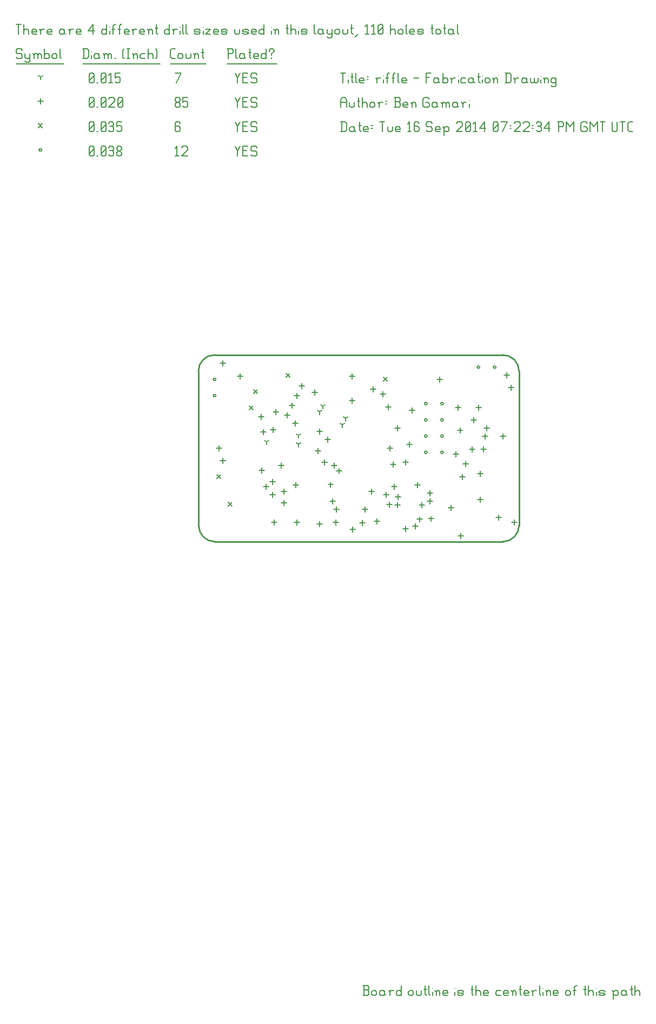
<source format=gbr>
G04 start of page 12 for group -3984 idx -3984 *
G04 Title: riffle, fab *
G04 Creator: pcb 20140316 *
G04 CreationDate: Tue 16 Sep 2014 07:22:34 PM GMT UTC *
G04 For: ben *
G04 Format: Gerber/RS-274X *
G04 PCB-Dimensions (mil): 6000.00 5000.00 *
G04 PCB-Coordinate-Origin: lower left *
%MOIN*%
%FSLAX25Y25*%
%LNFAB*%
%ADD111C,0.0100*%
%ADD110C,0.0075*%
%ADD109C,0.0060*%
%ADD108R,0.0080X0.0080*%
G54D108*X261700Y325000D02*G75*G03X263300Y325000I800J0D01*G01*
G75*G03X261700Y325000I-800J0D01*G01*
X251700D02*G75*G03X253300Y325000I800J0D01*G01*
G75*G03X251700Y325000I-800J0D01*G01*
X261700Y335000D02*G75*G03X263300Y335000I800J0D01*G01*
G75*G03X261700Y335000I-800J0D01*G01*
X251700D02*G75*G03X253300Y335000I800J0D01*G01*
G75*G03X251700Y335000I-800J0D01*G01*
X261700Y345000D02*G75*G03X263300Y345000I800J0D01*G01*
G75*G03X261700Y345000I-800J0D01*G01*
X251700D02*G75*G03X253300Y345000I800J0D01*G01*
G75*G03X251700Y345000I-800J0D01*G01*
X261700Y355000D02*G75*G03X263300Y355000I800J0D01*G01*
G75*G03X261700Y355000I-800J0D01*G01*
X251700D02*G75*G03X253300Y355000I800J0D01*G01*
G75*G03X251700Y355000I-800J0D01*G01*
X121550Y370000D02*G75*G03X123150Y370000I800J0D01*G01*
G75*G03X121550Y370000I-800J0D01*G01*
Y360000D02*G75*G03X123150Y360000I800J0D01*G01*
G75*G03X121550Y360000I-800J0D01*G01*
X284200Y377500D02*G75*G03X285800Y377500I800J0D01*G01*
G75*G03X284200Y377500I-800J0D01*G01*
X294200D02*G75*G03X295800Y377500I800J0D01*G01*
G75*G03X294200Y377500I-800J0D01*G01*
X14200Y511250D02*G75*G03X15800Y511250I800J0D01*G01*
G75*G03X14200Y511250I-800J0D01*G01*
G54D109*X135000Y513500D02*X136500Y510500D01*
X138000Y513500D01*
X136500Y510500D02*Y507500D01*
X139800Y510800D02*X142050D01*
X139800Y507500D02*X142800D01*
X139800Y513500D02*Y507500D01*
Y513500D02*X142800D01*
X147600D02*X148350Y512750D01*
X145350Y513500D02*X147600D01*
X144600Y512750D02*X145350Y513500D01*
X144600Y512750D02*Y511250D01*
X145350Y510500D01*
X147600D01*
X148350Y509750D01*
Y508250D01*
X147600Y507500D02*X148350Y508250D01*
X145350Y507500D02*X147600D01*
X144600Y508250D02*X145350Y507500D01*
X98000Y512300D02*X99200Y513500D01*
Y507500D01*
X98000D02*X100250D01*
X102050Y512750D02*X102800Y513500D01*
X105050D01*
X105800Y512750D01*
Y511250D01*
X102050Y507500D02*X105800Y511250D01*
X102050Y507500D02*X105800D01*
X45000Y508250D02*X45750Y507500D01*
X45000Y512750D02*Y508250D01*
Y512750D02*X45750Y513500D01*
X47250D01*
X48000Y512750D01*
Y508250D01*
X47250Y507500D02*X48000Y508250D01*
X45750Y507500D02*X47250D01*
X45000Y509000D02*X48000Y512000D01*
X49800Y507500D02*X50550D01*
X52350Y508250D02*X53100Y507500D01*
X52350Y512750D02*Y508250D01*
Y512750D02*X53100Y513500D01*
X54600D01*
X55350Y512750D01*
Y508250D01*
X54600Y507500D02*X55350Y508250D01*
X53100Y507500D02*X54600D01*
X52350Y509000D02*X55350Y512000D01*
X57150Y512750D02*X57900Y513500D01*
X59400D01*
X60150Y512750D01*
X59400Y507500D02*X60150Y508250D01*
X57900Y507500D02*X59400D01*
X57150Y508250D02*X57900Y507500D01*
Y510800D02*X59400D01*
X60150Y512750D02*Y511550D01*
Y510050D02*Y508250D01*
Y510050D02*X59400Y510800D01*
X60150Y511550D02*X59400Y510800D01*
X61950Y508250D02*X62700Y507500D01*
X61950Y509450D02*Y508250D01*
Y509450D02*X63000Y510500D01*
X63900D01*
X64950Y509450D01*
Y508250D01*
X64200Y507500D02*X64950Y508250D01*
X62700Y507500D02*X64200D01*
X61950Y511550D02*X63000Y510500D01*
X61950Y512750D02*Y511550D01*
Y512750D02*X62700Y513500D01*
X64200D01*
X64950Y512750D01*
Y511550D01*
X63900Y510500D02*X64950Y511550D01*
X130800Y294200D02*X133200Y291800D01*
X130800D02*X133200Y294200D01*
X226300Y371200D02*X228700Y368800D01*
X226300D02*X228700Y371200D01*
X166300Y373700D02*X168700Y371300D01*
X166300D02*X168700Y373700D01*
X146300Y363700D02*X148700Y361300D01*
X146300D02*X148700Y363700D01*
X123800Y311200D02*X126200Y308800D01*
X123800D02*X126200Y311200D01*
X143800Y353700D02*X146200Y351300D01*
X143800D02*X146200Y353700D01*
X13800Y527450D02*X16200Y525050D01*
X13800D02*X16200Y527450D01*
X135000Y528500D02*X136500Y525500D01*
X138000Y528500D01*
X136500Y525500D02*Y522500D01*
X139800Y525800D02*X142050D01*
X139800Y522500D02*X142800D01*
X139800Y528500D02*Y522500D01*
Y528500D02*X142800D01*
X147600D02*X148350Y527750D01*
X145350Y528500D02*X147600D01*
X144600Y527750D02*X145350Y528500D01*
X144600Y527750D02*Y526250D01*
X145350Y525500D01*
X147600D01*
X148350Y524750D01*
Y523250D01*
X147600Y522500D02*X148350Y523250D01*
X145350Y522500D02*X147600D01*
X144600Y523250D02*X145350Y522500D01*
X100250Y528500D02*X101000Y527750D01*
X98750Y528500D02*X100250D01*
X98000Y527750D02*X98750Y528500D01*
X98000Y527750D02*Y523250D01*
X98750Y522500D01*
X100250Y525800D02*X101000Y525050D01*
X98000Y525800D02*X100250D01*
X98750Y522500D02*X100250D01*
X101000Y523250D01*
Y525050D02*Y523250D01*
X45000D02*X45750Y522500D01*
X45000Y527750D02*Y523250D01*
Y527750D02*X45750Y528500D01*
X47250D01*
X48000Y527750D01*
Y523250D01*
X47250Y522500D02*X48000Y523250D01*
X45750Y522500D02*X47250D01*
X45000Y524000D02*X48000Y527000D01*
X49800Y522500D02*X50550D01*
X52350Y523250D02*X53100Y522500D01*
X52350Y527750D02*Y523250D01*
Y527750D02*X53100Y528500D01*
X54600D01*
X55350Y527750D01*
Y523250D01*
X54600Y522500D02*X55350Y523250D01*
X53100Y522500D02*X54600D01*
X52350Y524000D02*X55350Y527000D01*
X57150Y527750D02*X57900Y528500D01*
X59400D01*
X60150Y527750D01*
X59400Y522500D02*X60150Y523250D01*
X57900Y522500D02*X59400D01*
X57150Y523250D02*X57900Y522500D01*
Y525800D02*X59400D01*
X60150Y527750D02*Y526550D01*
Y525050D02*Y523250D01*
Y525050D02*X59400Y525800D01*
X60150Y526550D02*X59400Y525800D01*
X61950Y528500D02*X64950D01*
X61950D02*Y525500D01*
X62700Y526250D01*
X64200D01*
X64950Y525500D01*
Y523250D01*
X64200Y522500D02*X64950Y523250D01*
X62700Y522500D02*X64200D01*
X61950Y523250D02*X62700Y522500D01*
X152500Y339100D02*Y335900D01*
X150900Y337500D02*X154100D01*
X163500Y318600D02*Y315400D01*
X161900Y317000D02*X165100D01*
X158500Y340600D02*Y337400D01*
X156900Y339000D02*X160100D01*
X207000Y373600D02*Y370400D01*
X205400Y372000D02*X208600D01*
X184000Y363600D02*Y360400D01*
X182400Y362000D02*X185600D01*
X173000Y361600D02*Y358400D01*
X171400Y360000D02*X174600D01*
X229500Y354600D02*Y351400D01*
X227900Y353000D02*X231100D01*
X160000Y351600D02*Y348400D01*
X158400Y350000D02*X161600D01*
X176000Y367600D02*Y364400D01*
X174400Y366000D02*X177600D01*
X226000Y362600D02*Y359400D01*
X224400Y361000D02*X227600D01*
X192000Y334600D02*Y331400D01*
X190400Y333000D02*X193600D01*
X187000Y339600D02*Y336400D01*
X185400Y338000D02*X188600D01*
X190000Y320600D02*Y317400D01*
X188400Y319000D02*X191600D01*
X186000Y327600D02*Y324400D01*
X184400Y326000D02*X187600D01*
X193858Y306742D02*Y303542D01*
X192258Y305142D02*X195458D01*
X158000Y308600D02*Y305400D01*
X156400Y307000D02*X159600D01*
X154000Y305600D02*Y302400D01*
X152400Y304000D02*X155600D01*
X207000Y358600D02*Y355400D01*
X205400Y357000D02*X208600D01*
X220000Y365600D02*Y362400D01*
X218400Y364000D02*X221600D01*
X255766Y285696D02*Y282496D01*
X254166Y284096D02*X257366D01*
X274000Y275100D02*Y271900D01*
X272400Y273500D02*X275600D01*
X172000Y344600D02*Y341400D01*
X170400Y343000D02*X173600D01*
X167000Y349600D02*Y346400D01*
X165400Y348000D02*X168600D01*
X170000Y355600D02*Y352400D01*
X168400Y354000D02*X171600D01*
X151000Y348600D02*Y345400D01*
X149400Y347000D02*X152600D01*
X232500Y319100D02*Y315900D01*
X230900Y317500D02*X234100D01*
X230500Y329100D02*Y325900D01*
X228900Y327500D02*X232100D01*
X235000Y341600D02*Y338400D01*
X233400Y340000D02*X236600D01*
X125000Y329100D02*Y325900D01*
X123400Y327500D02*X126600D01*
X138000Y373600D02*Y370400D01*
X136400Y372000D02*X139600D01*
X127500Y381600D02*Y378400D01*
X125900Y380000D02*X129100D01*
X151500Y315600D02*Y312400D01*
X149900Y314000D02*X153100D01*
X172500Y306600D02*Y303400D01*
X170900Y305000D02*X174100D01*
X127500Y321600D02*Y318400D01*
X125900Y320000D02*X129100D01*
X272500Y354100D02*Y350900D01*
X270900Y352500D02*X274100D01*
X285000Y354100D02*Y350900D01*
X283400Y352500D02*X286600D01*
X305000Y366600D02*Y363400D01*
X303400Y365000D02*X306600D01*
X302500Y374100D02*Y370900D01*
X300900Y372500D02*X304100D01*
X290000Y341600D02*Y338400D01*
X288400Y340000D02*X291600D01*
X300000Y336600D02*Y333400D01*
X298400Y335000D02*X301600D01*
X273600Y340200D02*Y337000D01*
X272000Y338600D02*X275200D01*
X244000Y352600D02*Y349400D01*
X242400Y351000D02*X245600D01*
X242500Y331600D02*Y328400D01*
X240900Y330000D02*X244100D01*
X233000Y305600D02*Y302400D01*
X231400Y304000D02*X234600D01*
X248819Y285390D02*Y282190D01*
X247219Y283790D02*X250419D01*
X247500Y306600D02*Y303400D01*
X245900Y305000D02*X249100D01*
X255000Y301600D02*Y298400D01*
X253400Y300000D02*X256600D01*
X255000Y296600D02*Y293400D01*
X253400Y295000D02*X256600D01*
X235000Y294100D02*Y290900D01*
X233400Y292500D02*X236600D01*
X250000Y294100D02*Y290900D01*
X248400Y292500D02*X251600D01*
X240000Y279600D02*Y276400D01*
X238400Y278000D02*X241600D01*
X246000Y281100D02*Y277900D01*
X244400Y279500D02*X247600D01*
X235500Y299100D02*Y295900D01*
X233900Y297500D02*X237100D01*
X230000Y294600D02*Y291400D01*
X228400Y293000D02*X231600D01*
X228000Y300600D02*Y297400D01*
X226400Y299000D02*X229600D01*
X219000Y302600D02*Y299400D01*
X217400Y301000D02*X220600D01*
X240000Y320600D02*Y317400D01*
X238400Y319000D02*X241600D01*
X307000Y283600D02*Y280400D01*
X305400Y282000D02*X308600D01*
X275000Y311600D02*Y308400D01*
X273400Y310000D02*X276600D01*
X277000Y319600D02*Y316400D01*
X275400Y318000D02*X278600D01*
X289000Y336600D02*Y333400D01*
X287400Y335000D02*X290600D01*
X288000Y328600D02*Y325400D01*
X286400Y327000D02*X289600D01*
X282000Y346600D02*Y343400D01*
X280400Y345000D02*X283600D01*
X281000Y328600D02*Y325400D01*
X279400Y327000D02*X282600D01*
X286000Y297600D02*Y294400D01*
X284400Y296000D02*X287600D01*
X286000Y313600D02*Y310400D01*
X284400Y312000D02*X287600D01*
X268000Y292600D02*Y289400D01*
X266400Y291000D02*X269600D01*
X261000Y371600D02*Y368400D01*
X259400Y370000D02*X262600D01*
X222500Y284100D02*Y280900D01*
X220900Y282500D02*X224100D01*
X173000Y283600D02*Y280400D01*
X171400Y282000D02*X174600D01*
X199000Y315344D02*Y312144D01*
X197400Y313744D02*X200600D01*
X197500Y291600D02*Y288400D01*
X195900Y290000D02*X199100D01*
X297500Y286600D02*Y283400D01*
X295900Y285000D02*X299100D01*
X271000Y325600D02*Y322400D01*
X269400Y324000D02*X272600D01*
X197000Y283600D02*Y280400D01*
X195400Y282000D02*X198600D01*
X187000Y282600D02*Y279400D01*
X185400Y281000D02*X188600D01*
X196000Y318600D02*Y315400D01*
X194400Y317000D02*X197600D01*
X165000Y295600D02*Y292400D01*
X163400Y294000D02*X166600D01*
X195000Y296600D02*Y293400D01*
X193400Y295000D02*X196600D01*
X158000Y300600D02*Y297400D01*
X156400Y299000D02*X159600D01*
X165000Y302600D02*Y299400D01*
X163400Y301000D02*X166600D01*
X159000Y283600D02*Y280400D01*
X157400Y282000D02*X160600D01*
X207500Y279100D02*Y275900D01*
X205900Y277500D02*X209100D01*
X213500Y283100D02*Y279900D01*
X211900Y281500D02*X215100D01*
X215000Y291600D02*Y288400D01*
X213400Y290000D02*X216600D01*
X15000Y542850D02*Y539650D01*
X13400Y541250D02*X16600D01*
X135000Y543500D02*X136500Y540500D01*
X138000Y543500D01*
X136500Y540500D02*Y537500D01*
X139800Y540800D02*X142050D01*
X139800Y537500D02*X142800D01*
X139800Y543500D02*Y537500D01*
Y543500D02*X142800D01*
X147600D02*X148350Y542750D01*
X145350Y543500D02*X147600D01*
X144600Y542750D02*X145350Y543500D01*
X144600Y542750D02*Y541250D01*
X145350Y540500D01*
X147600D01*
X148350Y539750D01*
Y538250D01*
X147600Y537500D02*X148350Y538250D01*
X145350Y537500D02*X147600D01*
X144600Y538250D02*X145350Y537500D01*
X98000Y538250D02*X98750Y537500D01*
X98000Y539450D02*Y538250D01*
Y539450D02*X99050Y540500D01*
X99950D01*
X101000Y539450D01*
Y538250D01*
X100250Y537500D02*X101000Y538250D01*
X98750Y537500D02*X100250D01*
X98000Y541550D02*X99050Y540500D01*
X98000Y542750D02*Y541550D01*
Y542750D02*X98750Y543500D01*
X100250D01*
X101000Y542750D01*
Y541550D01*
X99950Y540500D02*X101000Y541550D01*
X102800Y543500D02*X105800D01*
X102800D02*Y540500D01*
X103550Y541250D01*
X105050D01*
X105800Y540500D01*
Y538250D01*
X105050Y537500D02*X105800Y538250D01*
X103550Y537500D02*X105050D01*
X102800Y538250D02*X103550Y537500D01*
X45000Y538250D02*X45750Y537500D01*
X45000Y542750D02*Y538250D01*
Y542750D02*X45750Y543500D01*
X47250D01*
X48000Y542750D01*
Y538250D01*
X47250Y537500D02*X48000Y538250D01*
X45750Y537500D02*X47250D01*
X45000Y539000D02*X48000Y542000D01*
X49800Y537500D02*X50550D01*
X52350Y538250D02*X53100Y537500D01*
X52350Y542750D02*Y538250D01*
Y542750D02*X53100Y543500D01*
X54600D01*
X55350Y542750D01*
Y538250D01*
X54600Y537500D02*X55350Y538250D01*
X53100Y537500D02*X54600D01*
X52350Y539000D02*X55350Y542000D01*
X57150Y542750D02*X57900Y543500D01*
X60150D01*
X60900Y542750D01*
Y541250D01*
X57150Y537500D02*X60900Y541250D01*
X57150Y537500D02*X60900D01*
X62700Y538250D02*X63450Y537500D01*
X62700Y542750D02*Y538250D01*
Y542750D02*X63450Y543500D01*
X64950D01*
X65700Y542750D01*
Y538250D01*
X64950Y537500D02*X65700Y538250D01*
X63450Y537500D02*X64950D01*
X62700Y539000D02*X65700Y542000D01*
X154500Y331500D02*Y329900D01*
Y331500D02*X155887Y332300D01*
X154500Y331500D02*X153113Y332300D01*
X189000Y353500D02*Y351900D01*
Y353500D02*X190387Y354300D01*
X189000Y353500D02*X187613Y354300D01*
X187000Y350000D02*Y348400D01*
Y350000D02*X188387Y350800D01*
X187000Y350000D02*X185613Y350800D01*
X203000Y346000D02*Y344400D01*
Y346000D02*X204387Y346800D01*
X203000Y346000D02*X201613Y346800D01*
X201000Y342000D02*Y340400D01*
Y342000D02*X202387Y342800D01*
X201000Y342000D02*X199613Y342800D01*
X174000Y330000D02*Y328400D01*
Y330000D02*X175387Y330800D01*
X174000Y330000D02*X172613Y330800D01*
X174000Y335500D02*Y333900D01*
Y335500D02*X175387Y336300D01*
X174000Y335500D02*X172613Y336300D01*
X15000Y556250D02*Y554650D01*
Y556250D02*X16387Y557050D01*
X15000Y556250D02*X13613Y557050D01*
X135000Y558500D02*X136500Y555500D01*
X138000Y558500D01*
X136500Y555500D02*Y552500D01*
X139800Y555800D02*X142050D01*
X139800Y552500D02*X142800D01*
X139800Y558500D02*Y552500D01*
Y558500D02*X142800D01*
X147600D02*X148350Y557750D01*
X145350Y558500D02*X147600D01*
X144600Y557750D02*X145350Y558500D01*
X144600Y557750D02*Y556250D01*
X145350Y555500D01*
X147600D01*
X148350Y554750D01*
Y553250D01*
X147600Y552500D02*X148350Y553250D01*
X145350Y552500D02*X147600D01*
X144600Y553250D02*X145350Y552500D01*
X98750D02*X101750Y558500D01*
X98000D02*X101750D01*
X45000Y553250D02*X45750Y552500D01*
X45000Y557750D02*Y553250D01*
Y557750D02*X45750Y558500D01*
X47250D01*
X48000Y557750D01*
Y553250D01*
X47250Y552500D02*X48000Y553250D01*
X45750Y552500D02*X47250D01*
X45000Y554000D02*X48000Y557000D01*
X49800Y552500D02*X50550D01*
X52350Y553250D02*X53100Y552500D01*
X52350Y557750D02*Y553250D01*
Y557750D02*X53100Y558500D01*
X54600D01*
X55350Y557750D01*
Y553250D01*
X54600Y552500D02*X55350Y553250D01*
X53100Y552500D02*X54600D01*
X52350Y554000D02*X55350Y557000D01*
X57150Y557300D02*X58350Y558500D01*
Y552500D01*
X57150D02*X59400D01*
X61200Y558500D02*X64200D01*
X61200D02*Y555500D01*
X61950Y556250D01*
X63450D01*
X64200Y555500D01*
Y553250D01*
X63450Y552500D02*X64200Y553250D01*
X61950Y552500D02*X63450D01*
X61200Y553250D02*X61950Y552500D01*
X3000Y573500D02*X3750Y572750D01*
X750Y573500D02*X3000D01*
X0Y572750D02*X750Y573500D01*
X0Y572750D02*Y571250D01*
X750Y570500D01*
X3000D01*
X3750Y569750D01*
Y568250D01*
X3000Y567500D02*X3750Y568250D01*
X750Y567500D02*X3000D01*
X0Y568250D02*X750Y567500D01*
X5550Y570500D02*Y568250D01*
X6300Y567500D01*
X8550Y570500D02*Y566000D01*
X7800Y565250D02*X8550Y566000D01*
X6300Y565250D02*X7800D01*
X5550Y566000D02*X6300Y565250D01*
Y567500D02*X7800D01*
X8550Y568250D01*
X11100Y569750D02*Y567500D01*
Y569750D02*X11850Y570500D01*
X12600D01*
X13350Y569750D01*
Y567500D01*
Y569750D02*X14100Y570500D01*
X14850D01*
X15600Y569750D01*
Y567500D01*
X10350Y570500D02*X11100Y569750D01*
X17400Y573500D02*Y567500D01*
Y568250D02*X18150Y567500D01*
X19650D01*
X20400Y568250D01*
Y569750D02*Y568250D01*
X19650Y570500D02*X20400Y569750D01*
X18150Y570500D02*X19650D01*
X17400Y569750D02*X18150Y570500D01*
X22200Y569750D02*Y568250D01*
Y569750D02*X22950Y570500D01*
X24450D01*
X25200Y569750D01*
Y568250D01*
X24450Y567500D02*X25200Y568250D01*
X22950Y567500D02*X24450D01*
X22200Y568250D02*X22950Y567500D01*
X27000Y573500D02*Y568250D01*
X27750Y567500D01*
X0Y564250D02*X29250D01*
X41750Y573500D02*Y567500D01*
X43700Y573500D02*X44750Y572450D01*
Y568550D01*
X43700Y567500D02*X44750Y568550D01*
X41000Y567500D02*X43700D01*
X41000Y573500D02*X43700D01*
G54D110*X46550Y572000D02*Y571850D01*
G54D109*Y569750D02*Y567500D01*
X50300Y570500D02*X51050Y569750D01*
X48800Y570500D02*X50300D01*
X48050Y569750D02*X48800Y570500D01*
X48050Y569750D02*Y568250D01*
X48800Y567500D01*
X51050Y570500D02*Y568250D01*
X51800Y567500D01*
X48800D02*X50300D01*
X51050Y568250D01*
X54350Y569750D02*Y567500D01*
Y569750D02*X55100Y570500D01*
X55850D01*
X56600Y569750D01*
Y567500D01*
Y569750D02*X57350Y570500D01*
X58100D01*
X58850Y569750D01*
Y567500D01*
X53600Y570500D02*X54350Y569750D01*
X60650Y567500D02*X61400D01*
X65900Y568250D02*X66650Y567500D01*
X65900Y572750D02*X66650Y573500D01*
X65900Y572750D02*Y568250D01*
X68450Y573500D02*X69950D01*
X69200D02*Y567500D01*
X68450D02*X69950D01*
X72500Y569750D02*Y567500D01*
Y569750D02*X73250Y570500D01*
X74000D01*
X74750Y569750D01*
Y567500D01*
X71750Y570500D02*X72500Y569750D01*
X77300Y570500D02*X79550D01*
X76550Y569750D02*X77300Y570500D01*
X76550Y569750D02*Y568250D01*
X77300Y567500D01*
X79550D01*
X81350Y573500D02*Y567500D01*
Y569750D02*X82100Y570500D01*
X83600D01*
X84350Y569750D01*
Y567500D01*
X86150Y573500D02*X86900Y572750D01*
Y568250D01*
X86150Y567500D02*X86900Y568250D01*
X41000Y564250D02*X88700D01*
X96050Y567500D02*X98000D01*
X95000Y568550D02*X96050Y567500D01*
X95000Y572450D02*Y568550D01*
Y572450D02*X96050Y573500D01*
X98000D01*
X99800Y569750D02*Y568250D01*
Y569750D02*X100550Y570500D01*
X102050D01*
X102800Y569750D01*
Y568250D01*
X102050Y567500D02*X102800Y568250D01*
X100550Y567500D02*X102050D01*
X99800Y568250D02*X100550Y567500D01*
X104600Y570500D02*Y568250D01*
X105350Y567500D01*
X106850D01*
X107600Y568250D01*
Y570500D02*Y568250D01*
X110150Y569750D02*Y567500D01*
Y569750D02*X110900Y570500D01*
X111650D01*
X112400Y569750D01*
Y567500D01*
X109400Y570500D02*X110150Y569750D01*
X114950Y573500D02*Y568250D01*
X115700Y567500D01*
X114200Y571250D02*X115700D01*
X95000Y564250D02*X117200D01*
X130750Y573500D02*Y567500D01*
X130000Y573500D02*X133000D01*
X133750Y572750D01*
Y571250D01*
X133000Y570500D02*X133750Y571250D01*
X130750Y570500D02*X133000D01*
X135550Y573500D02*Y568250D01*
X136300Y567500D01*
X140050Y570500D02*X140800Y569750D01*
X138550Y570500D02*X140050D01*
X137800Y569750D02*X138550Y570500D01*
X137800Y569750D02*Y568250D01*
X138550Y567500D01*
X140800Y570500D02*Y568250D01*
X141550Y567500D01*
X138550D02*X140050D01*
X140800Y568250D01*
X144100Y573500D02*Y568250D01*
X144850Y567500D01*
X143350Y571250D02*X144850D01*
X147100Y567500D02*X149350D01*
X146350Y568250D02*X147100Y567500D01*
X146350Y569750D02*Y568250D01*
Y569750D02*X147100Y570500D01*
X148600D01*
X149350Y569750D01*
X146350Y569000D02*X149350D01*
Y569750D02*Y569000D01*
X154150Y573500D02*Y567500D01*
X153400D02*X154150Y568250D01*
X151900Y567500D02*X153400D01*
X151150Y568250D02*X151900Y567500D01*
X151150Y569750D02*Y568250D01*
Y569750D02*X151900Y570500D01*
X153400D01*
X154150Y569750D01*
X157450Y570500D02*Y569750D01*
Y568250D02*Y567500D01*
X155950Y572750D02*Y572000D01*
Y572750D02*X156700Y573500D01*
X158200D01*
X158950Y572750D01*
Y572000D01*
X157450Y570500D02*X158950Y572000D01*
X130000Y564250D02*X160750D01*
X0Y588500D02*X3000D01*
X1500D02*Y582500D01*
X4800Y588500D02*Y582500D01*
Y584750D02*X5550Y585500D01*
X7050D01*
X7800Y584750D01*
Y582500D01*
X10350D02*X12600D01*
X9600Y583250D02*X10350Y582500D01*
X9600Y584750D02*Y583250D01*
Y584750D02*X10350Y585500D01*
X11850D01*
X12600Y584750D01*
X9600Y584000D02*X12600D01*
Y584750D02*Y584000D01*
X15150Y584750D02*Y582500D01*
Y584750D02*X15900Y585500D01*
X17400D01*
X14400D02*X15150Y584750D01*
X19950Y582500D02*X22200D01*
X19200Y583250D02*X19950Y582500D01*
X19200Y584750D02*Y583250D01*
Y584750D02*X19950Y585500D01*
X21450D01*
X22200Y584750D01*
X19200Y584000D02*X22200D01*
Y584750D02*Y584000D01*
X28950Y585500D02*X29700Y584750D01*
X27450Y585500D02*X28950D01*
X26700Y584750D02*X27450Y585500D01*
X26700Y584750D02*Y583250D01*
X27450Y582500D01*
X29700Y585500D02*Y583250D01*
X30450Y582500D01*
X27450D02*X28950D01*
X29700Y583250D01*
X33000Y584750D02*Y582500D01*
Y584750D02*X33750Y585500D01*
X35250D01*
X32250D02*X33000Y584750D01*
X37800Y582500D02*X40050D01*
X37050Y583250D02*X37800Y582500D01*
X37050Y584750D02*Y583250D01*
Y584750D02*X37800Y585500D01*
X39300D01*
X40050Y584750D01*
X37050Y584000D02*X40050D01*
Y584750D02*Y584000D01*
X44550Y584750D02*X47550Y588500D01*
X44550Y584750D02*X48300D01*
X47550Y588500D02*Y582500D01*
X55800Y588500D02*Y582500D01*
X55050D02*X55800Y583250D01*
X53550Y582500D02*X55050D01*
X52800Y583250D02*X53550Y582500D01*
X52800Y584750D02*Y583250D01*
Y584750D02*X53550Y585500D01*
X55050D01*
X55800Y584750D01*
G54D110*X57600Y587000D02*Y586850D01*
G54D109*Y584750D02*Y582500D01*
X59850Y587750D02*Y582500D01*
Y587750D02*X60600Y588500D01*
X61350D01*
X59100Y585500D02*X60600D01*
X63600Y587750D02*Y582500D01*
Y587750D02*X64350Y588500D01*
X65100D01*
X62850Y585500D02*X64350D01*
X67350Y582500D02*X69600D01*
X66600Y583250D02*X67350Y582500D01*
X66600Y584750D02*Y583250D01*
Y584750D02*X67350Y585500D01*
X68850D01*
X69600Y584750D01*
X66600Y584000D02*X69600D01*
Y584750D02*Y584000D01*
X72150Y584750D02*Y582500D01*
Y584750D02*X72900Y585500D01*
X74400D01*
X71400D02*X72150Y584750D01*
X76950Y582500D02*X79200D01*
X76200Y583250D02*X76950Y582500D01*
X76200Y584750D02*Y583250D01*
Y584750D02*X76950Y585500D01*
X78450D01*
X79200Y584750D01*
X76200Y584000D02*X79200D01*
Y584750D02*Y584000D01*
X81750Y584750D02*Y582500D01*
Y584750D02*X82500Y585500D01*
X83250D01*
X84000Y584750D01*
Y582500D01*
X81000Y585500D02*X81750Y584750D01*
X86550Y588500D02*Y583250D01*
X87300Y582500D01*
X85800Y586250D02*X87300D01*
X94500Y588500D02*Y582500D01*
X93750D02*X94500Y583250D01*
X92250Y582500D02*X93750D01*
X91500Y583250D02*X92250Y582500D01*
X91500Y584750D02*Y583250D01*
Y584750D02*X92250Y585500D01*
X93750D01*
X94500Y584750D01*
X97050D02*Y582500D01*
Y584750D02*X97800Y585500D01*
X99300D01*
X96300D02*X97050Y584750D01*
G54D110*X101100Y587000D02*Y586850D01*
G54D109*Y584750D02*Y582500D01*
X102600Y588500D02*Y583250D01*
X103350Y582500D01*
X104850Y588500D02*Y583250D01*
X105600Y582500D01*
X110550D02*X112800D01*
X113550Y583250D01*
X112800Y584000D02*X113550Y583250D01*
X110550Y584000D02*X112800D01*
X109800Y584750D02*X110550Y584000D01*
X109800Y584750D02*X110550Y585500D01*
X112800D01*
X113550Y584750D01*
X109800Y583250D02*X110550Y582500D01*
G54D110*X115350Y587000D02*Y586850D01*
G54D109*Y584750D02*Y582500D01*
X116850Y585500D02*X119850D01*
X116850Y582500D02*X119850Y585500D01*
X116850Y582500D02*X119850D01*
X122400D02*X124650D01*
X121650Y583250D02*X122400Y582500D01*
X121650Y584750D02*Y583250D01*
Y584750D02*X122400Y585500D01*
X123900D01*
X124650Y584750D01*
X121650Y584000D02*X124650D01*
Y584750D02*Y584000D01*
X127200Y582500D02*X129450D01*
X130200Y583250D01*
X129450Y584000D02*X130200Y583250D01*
X127200Y584000D02*X129450D01*
X126450Y584750D02*X127200Y584000D01*
X126450Y584750D02*X127200Y585500D01*
X129450D01*
X130200Y584750D01*
X126450Y583250D02*X127200Y582500D01*
X134700Y585500D02*Y583250D01*
X135450Y582500D01*
X136950D01*
X137700Y583250D01*
Y585500D02*Y583250D01*
X140250Y582500D02*X142500D01*
X143250Y583250D01*
X142500Y584000D02*X143250Y583250D01*
X140250Y584000D02*X142500D01*
X139500Y584750D02*X140250Y584000D01*
X139500Y584750D02*X140250Y585500D01*
X142500D01*
X143250Y584750D01*
X139500Y583250D02*X140250Y582500D01*
X145800D02*X148050D01*
X145050Y583250D02*X145800Y582500D01*
X145050Y584750D02*Y583250D01*
Y584750D02*X145800Y585500D01*
X147300D01*
X148050Y584750D01*
X145050Y584000D02*X148050D01*
Y584750D02*Y584000D01*
X152850Y588500D02*Y582500D01*
X152100D02*X152850Y583250D01*
X150600Y582500D02*X152100D01*
X149850Y583250D02*X150600Y582500D01*
X149850Y584750D02*Y583250D01*
Y584750D02*X150600Y585500D01*
X152100D01*
X152850Y584750D01*
G54D110*X157350Y587000D02*Y586850D01*
G54D109*Y584750D02*Y582500D01*
X159600Y584750D02*Y582500D01*
Y584750D02*X160350Y585500D01*
X161100D01*
X161850Y584750D01*
Y582500D01*
X158850Y585500D02*X159600Y584750D01*
X167100Y588500D02*Y583250D01*
X167850Y582500D01*
X166350Y586250D02*X167850D01*
X169350Y588500D02*Y582500D01*
Y584750D02*X170100Y585500D01*
X171600D01*
X172350Y584750D01*
Y582500D01*
G54D110*X174150Y587000D02*Y586850D01*
G54D109*Y584750D02*Y582500D01*
X176400D02*X178650D01*
X179400Y583250D01*
X178650Y584000D02*X179400Y583250D01*
X176400Y584000D02*X178650D01*
X175650Y584750D02*X176400Y584000D01*
X175650Y584750D02*X176400Y585500D01*
X178650D01*
X179400Y584750D01*
X175650Y583250D02*X176400Y582500D01*
X183900Y588500D02*Y583250D01*
X184650Y582500D01*
X188400Y585500D02*X189150Y584750D01*
X186900Y585500D02*X188400D01*
X186150Y584750D02*X186900Y585500D01*
X186150Y584750D02*Y583250D01*
X186900Y582500D01*
X189150Y585500D02*Y583250D01*
X189900Y582500D01*
X186900D02*X188400D01*
X189150Y583250D01*
X191700Y585500D02*Y583250D01*
X192450Y582500D01*
X194700Y585500D02*Y581000D01*
X193950Y580250D02*X194700Y581000D01*
X192450Y580250D02*X193950D01*
X191700Y581000D02*X192450Y580250D01*
Y582500D02*X193950D01*
X194700Y583250D01*
X196500Y584750D02*Y583250D01*
Y584750D02*X197250Y585500D01*
X198750D01*
X199500Y584750D01*
Y583250D01*
X198750Y582500D02*X199500Y583250D01*
X197250Y582500D02*X198750D01*
X196500Y583250D02*X197250Y582500D01*
X201300Y585500D02*Y583250D01*
X202050Y582500D01*
X203550D01*
X204300Y583250D01*
Y585500D02*Y583250D01*
X206850Y588500D02*Y583250D01*
X207600Y582500D01*
X206100Y586250D02*X207600D01*
X209100Y581000D02*X210600Y582500D01*
X215100Y587300D02*X216300Y588500D01*
Y582500D01*
X215100D02*X217350D01*
X219150Y587300D02*X220350Y588500D01*
Y582500D01*
X219150D02*X221400D01*
X223200Y583250D02*X223950Y582500D01*
X223200Y587750D02*Y583250D01*
Y587750D02*X223950Y588500D01*
X225450D01*
X226200Y587750D01*
Y583250D01*
X225450Y582500D02*X226200Y583250D01*
X223950Y582500D02*X225450D01*
X223200Y584000D02*X226200Y587000D01*
X230700Y588500D02*Y582500D01*
Y584750D02*X231450Y585500D01*
X232950D01*
X233700Y584750D01*
Y582500D01*
X235500Y584750D02*Y583250D01*
Y584750D02*X236250Y585500D01*
X237750D01*
X238500Y584750D01*
Y583250D01*
X237750Y582500D02*X238500Y583250D01*
X236250Y582500D02*X237750D01*
X235500Y583250D02*X236250Y582500D01*
X240300Y588500D02*Y583250D01*
X241050Y582500D01*
X243300D02*X245550D01*
X242550Y583250D02*X243300Y582500D01*
X242550Y584750D02*Y583250D01*
Y584750D02*X243300Y585500D01*
X244800D01*
X245550Y584750D01*
X242550Y584000D02*X245550D01*
Y584750D02*Y584000D01*
X248100Y582500D02*X250350D01*
X251100Y583250D01*
X250350Y584000D02*X251100Y583250D01*
X248100Y584000D02*X250350D01*
X247350Y584750D02*X248100Y584000D01*
X247350Y584750D02*X248100Y585500D01*
X250350D01*
X251100Y584750D01*
X247350Y583250D02*X248100Y582500D01*
X256350Y588500D02*Y583250D01*
X257100Y582500D01*
X255600Y586250D02*X257100D01*
X258600Y584750D02*Y583250D01*
Y584750D02*X259350Y585500D01*
X260850D01*
X261600Y584750D01*
Y583250D01*
X260850Y582500D02*X261600Y583250D01*
X259350Y582500D02*X260850D01*
X258600Y583250D02*X259350Y582500D01*
X264150Y588500D02*Y583250D01*
X264900Y582500D01*
X263400Y586250D02*X264900D01*
X268650Y585500D02*X269400Y584750D01*
X267150Y585500D02*X268650D01*
X266400Y584750D02*X267150Y585500D01*
X266400Y584750D02*Y583250D01*
X267150Y582500D01*
X269400Y585500D02*Y583250D01*
X270150Y582500D01*
X267150D02*X268650D01*
X269400Y583250D01*
X271950Y588500D02*Y583250D01*
X272700Y582500D01*
G54D111*X310000Y375000D02*Y280000D01*
X122350Y385000D02*X300000D01*
X112350Y375000D02*X112500Y280000D01*
X122500Y270000D02*X300000D01*
Y385000D02*G75*G02X310000Y375000I0J-10000D01*G01*
Y280000D02*G75*G02X300000Y270000I-10000J0D01*G01*
X112500Y280000D02*G75*G03X122500Y270000I10000J0D01*G01*
X112350Y375000D02*G75*G02X122350Y385000I10000J0D01*G01*
G54D109*X213675Y-9500D02*X216675D01*
X217425Y-8750D01*
Y-6950D02*Y-8750D01*
X216675Y-6200D02*X217425Y-6950D01*
X214425Y-6200D02*X216675D01*
X214425Y-3500D02*Y-9500D01*
X213675Y-3500D02*X216675D01*
X217425Y-4250D01*
Y-5450D01*
X216675Y-6200D02*X217425Y-5450D01*
X219225Y-7250D02*Y-8750D01*
Y-7250D02*X219975Y-6500D01*
X221475D01*
X222225Y-7250D01*
Y-8750D01*
X221475Y-9500D02*X222225Y-8750D01*
X219975Y-9500D02*X221475D01*
X219225Y-8750D02*X219975Y-9500D01*
X226275Y-6500D02*X227025Y-7250D01*
X224775Y-6500D02*X226275D01*
X224025Y-7250D02*X224775Y-6500D01*
X224025Y-7250D02*Y-8750D01*
X224775Y-9500D01*
X227025Y-6500D02*Y-8750D01*
X227775Y-9500D01*
X224775D02*X226275D01*
X227025Y-8750D01*
X230325Y-7250D02*Y-9500D01*
Y-7250D02*X231075Y-6500D01*
X232575D01*
X229575D02*X230325Y-7250D01*
X237375Y-3500D02*Y-9500D01*
X236625D02*X237375Y-8750D01*
X235125Y-9500D02*X236625D01*
X234375Y-8750D02*X235125Y-9500D01*
X234375Y-7250D02*Y-8750D01*
Y-7250D02*X235125Y-6500D01*
X236625D01*
X237375Y-7250D01*
X241875D02*Y-8750D01*
Y-7250D02*X242625Y-6500D01*
X244125D01*
X244875Y-7250D01*
Y-8750D01*
X244125Y-9500D02*X244875Y-8750D01*
X242625Y-9500D02*X244125D01*
X241875Y-8750D02*X242625Y-9500D01*
X246675Y-6500D02*Y-8750D01*
X247425Y-9500D01*
X248925D01*
X249675Y-8750D01*
Y-6500D02*Y-8750D01*
X252225Y-3500D02*Y-8750D01*
X252975Y-9500D01*
X251475Y-5750D02*X252975D01*
X254475Y-3500D02*Y-8750D01*
X255225Y-9500D01*
G54D110*X256725Y-5000D02*Y-5150D01*
G54D109*Y-7250D02*Y-9500D01*
X258975Y-7250D02*Y-9500D01*
Y-7250D02*X259725Y-6500D01*
X260475D01*
X261225Y-7250D01*
Y-9500D01*
X258225Y-6500D02*X258975Y-7250D01*
X263775Y-9500D02*X266025D01*
X263025Y-8750D02*X263775Y-9500D01*
X263025Y-7250D02*Y-8750D01*
Y-7250D02*X263775Y-6500D01*
X265275D01*
X266025Y-7250D01*
X263025Y-8000D02*X266025D01*
Y-7250D02*Y-8000D01*
G54D110*X270525Y-5000D02*Y-5150D01*
G54D109*Y-7250D02*Y-9500D01*
X272775D02*X275025D01*
X275775Y-8750D01*
X275025Y-8000D02*X275775Y-8750D01*
X272775Y-8000D02*X275025D01*
X272025Y-7250D02*X272775Y-8000D01*
X272025Y-7250D02*X272775Y-6500D01*
X275025D01*
X275775Y-7250D01*
X272025Y-8750D02*X272775Y-9500D01*
X281025Y-3500D02*Y-8750D01*
X281775Y-9500D01*
X280275Y-5750D02*X281775D01*
X283275Y-3500D02*Y-9500D01*
Y-7250D02*X284025Y-6500D01*
X285525D01*
X286275Y-7250D01*
Y-9500D01*
X288825D02*X291075D01*
X288075Y-8750D02*X288825Y-9500D01*
X288075Y-7250D02*Y-8750D01*
Y-7250D02*X288825Y-6500D01*
X290325D01*
X291075Y-7250D01*
X288075Y-8000D02*X291075D01*
Y-7250D02*Y-8000D01*
X296325Y-6500D02*X298575D01*
X295575Y-7250D02*X296325Y-6500D01*
X295575Y-7250D02*Y-8750D01*
X296325Y-9500D01*
X298575D01*
X301125D02*X303375D01*
X300375Y-8750D02*X301125Y-9500D01*
X300375Y-7250D02*Y-8750D01*
Y-7250D02*X301125Y-6500D01*
X302625D01*
X303375Y-7250D01*
X300375Y-8000D02*X303375D01*
Y-7250D02*Y-8000D01*
X305925Y-7250D02*Y-9500D01*
Y-7250D02*X306675Y-6500D01*
X307425D01*
X308175Y-7250D01*
Y-9500D01*
X305175Y-6500D02*X305925Y-7250D01*
X310725Y-3500D02*Y-8750D01*
X311475Y-9500D01*
X309975Y-5750D02*X311475D01*
X313725Y-9500D02*X315975D01*
X312975Y-8750D02*X313725Y-9500D01*
X312975Y-7250D02*Y-8750D01*
Y-7250D02*X313725Y-6500D01*
X315225D01*
X315975Y-7250D01*
X312975Y-8000D02*X315975D01*
Y-7250D02*Y-8000D01*
X318525Y-7250D02*Y-9500D01*
Y-7250D02*X319275Y-6500D01*
X320775D01*
X317775D02*X318525Y-7250D01*
X322575Y-3500D02*Y-8750D01*
X323325Y-9500D01*
G54D110*X324825Y-5000D02*Y-5150D01*
G54D109*Y-7250D02*Y-9500D01*
X327075Y-7250D02*Y-9500D01*
Y-7250D02*X327825Y-6500D01*
X328575D01*
X329325Y-7250D01*
Y-9500D01*
X326325Y-6500D02*X327075Y-7250D01*
X331875Y-9500D02*X334125D01*
X331125Y-8750D02*X331875Y-9500D01*
X331125Y-7250D02*Y-8750D01*
Y-7250D02*X331875Y-6500D01*
X333375D01*
X334125Y-7250D01*
X331125Y-8000D02*X334125D01*
Y-7250D02*Y-8000D01*
X338625Y-7250D02*Y-8750D01*
Y-7250D02*X339375Y-6500D01*
X340875D01*
X341625Y-7250D01*
Y-8750D01*
X340875Y-9500D02*X341625Y-8750D01*
X339375Y-9500D02*X340875D01*
X338625Y-8750D02*X339375Y-9500D01*
X344175Y-4250D02*Y-9500D01*
Y-4250D02*X344925Y-3500D01*
X345675D01*
X343425Y-6500D02*X344925D01*
X350625Y-3500D02*Y-8750D01*
X351375Y-9500D01*
X349875Y-5750D02*X351375D01*
X352875Y-3500D02*Y-9500D01*
Y-7250D02*X353625Y-6500D01*
X355125D01*
X355875Y-7250D01*
Y-9500D01*
G54D110*X357675Y-5000D02*Y-5150D01*
G54D109*Y-7250D02*Y-9500D01*
X359925D02*X362175D01*
X362925Y-8750D01*
X362175Y-8000D02*X362925Y-8750D01*
X359925Y-8000D02*X362175D01*
X359175Y-7250D02*X359925Y-8000D01*
X359175Y-7250D02*X359925Y-6500D01*
X362175D01*
X362925Y-7250D01*
X359175Y-8750D02*X359925Y-9500D01*
X368175Y-7250D02*Y-11750D01*
X367425Y-6500D02*X368175Y-7250D01*
X368925Y-6500D01*
X370425D01*
X371175Y-7250D01*
Y-8750D01*
X370425Y-9500D02*X371175Y-8750D01*
X368925Y-9500D02*X370425D01*
X368175Y-8750D02*X368925Y-9500D01*
X375225Y-6500D02*X375975Y-7250D01*
X373725Y-6500D02*X375225D01*
X372975Y-7250D02*X373725Y-6500D01*
X372975Y-7250D02*Y-8750D01*
X373725Y-9500D01*
X375975Y-6500D02*Y-8750D01*
X376725Y-9500D01*
X373725D02*X375225D01*
X375975Y-8750D01*
X379275Y-3500D02*Y-8750D01*
X380025Y-9500D01*
X378525Y-5750D02*X380025D01*
X381525Y-3500D02*Y-9500D01*
Y-7250D02*X382275Y-6500D01*
X383775D01*
X384525Y-7250D01*
Y-9500D01*
X200750Y528500D02*Y522500D01*
X202700Y528500D02*X203750Y527450D01*
Y523550D01*
X202700Y522500D02*X203750Y523550D01*
X200000Y522500D02*X202700D01*
X200000Y528500D02*X202700D01*
X207800Y525500D02*X208550Y524750D01*
X206300Y525500D02*X207800D01*
X205550Y524750D02*X206300Y525500D01*
X205550Y524750D02*Y523250D01*
X206300Y522500D01*
X208550Y525500D02*Y523250D01*
X209300Y522500D01*
X206300D02*X207800D01*
X208550Y523250D01*
X211850Y528500D02*Y523250D01*
X212600Y522500D01*
X211100Y526250D02*X212600D01*
X214850Y522500D02*X217100D01*
X214100Y523250D02*X214850Y522500D01*
X214100Y524750D02*Y523250D01*
Y524750D02*X214850Y525500D01*
X216350D01*
X217100Y524750D01*
X214100Y524000D02*X217100D01*
Y524750D02*Y524000D01*
X218900Y526250D02*X219650D01*
X218900Y524750D02*X219650D01*
X224150Y528500D02*X227150D01*
X225650D02*Y522500D01*
X228950Y525500D02*Y523250D01*
X229700Y522500D01*
X231200D01*
X231950Y523250D01*
Y525500D02*Y523250D01*
X234500Y522500D02*X236750D01*
X233750Y523250D02*X234500Y522500D01*
X233750Y524750D02*Y523250D01*
Y524750D02*X234500Y525500D01*
X236000D01*
X236750Y524750D01*
X233750Y524000D02*X236750D01*
Y524750D02*Y524000D01*
X241250Y527300D02*X242450Y528500D01*
Y522500D01*
X241250D02*X243500D01*
X247550Y528500D02*X248300Y527750D01*
X246050Y528500D02*X247550D01*
X245300Y527750D02*X246050Y528500D01*
X245300Y527750D02*Y523250D01*
X246050Y522500D01*
X247550Y525800D02*X248300Y525050D01*
X245300Y525800D02*X247550D01*
X246050Y522500D02*X247550D01*
X248300Y523250D01*
Y525050D02*Y523250D01*
X255800Y528500D02*X256550Y527750D01*
X253550Y528500D02*X255800D01*
X252800Y527750D02*X253550Y528500D01*
X252800Y527750D02*Y526250D01*
X253550Y525500D01*
X255800D01*
X256550Y524750D01*
Y523250D01*
X255800Y522500D02*X256550Y523250D01*
X253550Y522500D02*X255800D01*
X252800Y523250D02*X253550Y522500D01*
X259100D02*X261350D01*
X258350Y523250D02*X259100Y522500D01*
X258350Y524750D02*Y523250D01*
Y524750D02*X259100Y525500D01*
X260600D01*
X261350Y524750D01*
X258350Y524000D02*X261350D01*
Y524750D02*Y524000D01*
X263900Y524750D02*Y520250D01*
X263150Y525500D02*X263900Y524750D01*
X264650Y525500D01*
X266150D01*
X266900Y524750D01*
Y523250D01*
X266150Y522500D02*X266900Y523250D01*
X264650Y522500D02*X266150D01*
X263900Y523250D02*X264650Y522500D01*
X271400Y527750D02*X272150Y528500D01*
X274400D01*
X275150Y527750D01*
Y526250D01*
X271400Y522500D02*X275150Y526250D01*
X271400Y522500D02*X275150D01*
X276950Y523250D02*X277700Y522500D01*
X276950Y527750D02*Y523250D01*
Y527750D02*X277700Y528500D01*
X279200D01*
X279950Y527750D01*
Y523250D01*
X279200Y522500D02*X279950Y523250D01*
X277700Y522500D02*X279200D01*
X276950Y524000D02*X279950Y527000D01*
X281750Y527300D02*X282950Y528500D01*
Y522500D01*
X281750D02*X284000D01*
X285800Y524750D02*X288800Y528500D01*
X285800Y524750D02*X289550D01*
X288800Y528500D02*Y522500D01*
X294050Y523250D02*X294800Y522500D01*
X294050Y527750D02*Y523250D01*
Y527750D02*X294800Y528500D01*
X296300D01*
X297050Y527750D01*
Y523250D01*
X296300Y522500D02*X297050Y523250D01*
X294800Y522500D02*X296300D01*
X294050Y524000D02*X297050Y527000D01*
X299600Y522500D02*X302600Y528500D01*
X298850D02*X302600D01*
X304400Y526250D02*X305150D01*
X304400Y524750D02*X305150D01*
X306950Y527750D02*X307700Y528500D01*
X309950D01*
X310700Y527750D01*
Y526250D01*
X306950Y522500D02*X310700Y526250D01*
X306950Y522500D02*X310700D01*
X312500Y527750D02*X313250Y528500D01*
X315500D01*
X316250Y527750D01*
Y526250D01*
X312500Y522500D02*X316250Y526250D01*
X312500Y522500D02*X316250D01*
X318050Y526250D02*X318800D01*
X318050Y524750D02*X318800D01*
X320600Y527750D02*X321350Y528500D01*
X322850D01*
X323600Y527750D01*
X322850Y522500D02*X323600Y523250D01*
X321350Y522500D02*X322850D01*
X320600Y523250D02*X321350Y522500D01*
Y525800D02*X322850D01*
X323600Y527750D02*Y526550D01*
Y525050D02*Y523250D01*
Y525050D02*X322850Y525800D01*
X323600Y526550D02*X322850Y525800D01*
X325400Y524750D02*X328400Y528500D01*
X325400Y524750D02*X329150D01*
X328400Y528500D02*Y522500D01*
X334400Y528500D02*Y522500D01*
X333650Y528500D02*X336650D01*
X337400Y527750D01*
Y526250D01*
X336650Y525500D02*X337400Y526250D01*
X334400Y525500D02*X336650D01*
X339200Y528500D02*Y522500D01*
Y528500D02*X341450Y525500D01*
X343700Y528500D01*
Y522500D01*
X351200Y528500D02*X351950Y527750D01*
X348950Y528500D02*X351200D01*
X348200Y527750D02*X348950Y528500D01*
X348200Y527750D02*Y523250D01*
X348950Y522500D01*
X351200D01*
X351950Y523250D01*
Y524750D02*Y523250D01*
X351200Y525500D02*X351950Y524750D01*
X349700Y525500D02*X351200D01*
X353750Y528500D02*Y522500D01*
Y528500D02*X356000Y525500D01*
X358250Y528500D01*
Y522500D01*
X360050Y528500D02*X363050D01*
X361550D02*Y522500D01*
X367550Y528500D02*Y523250D01*
X368300Y522500D01*
X369800D01*
X370550Y523250D01*
Y528500D02*Y523250D01*
X372350Y528500D02*X375350D01*
X373850D02*Y522500D01*
X378200D02*X380150D01*
X377150Y523550D02*X378200Y522500D01*
X377150Y527450D02*Y523550D01*
Y527450D02*X378200Y528500D01*
X380150D01*
X200000Y542000D02*Y537500D01*
Y542000D02*X201050Y543500D01*
X202700D01*
X203750Y542000D01*
Y537500D01*
X200000Y540500D02*X203750D01*
X205550D02*Y538250D01*
X206300Y537500D01*
X207800D01*
X208550Y538250D01*
Y540500D02*Y538250D01*
X211100Y543500D02*Y538250D01*
X211850Y537500D01*
X210350Y541250D02*X211850D01*
X213350Y543500D02*Y537500D01*
Y539750D02*X214100Y540500D01*
X215600D01*
X216350Y539750D01*
Y537500D01*
X218150Y539750D02*Y538250D01*
Y539750D02*X218900Y540500D01*
X220400D01*
X221150Y539750D01*
Y538250D01*
X220400Y537500D02*X221150Y538250D01*
X218900Y537500D02*X220400D01*
X218150Y538250D02*X218900Y537500D01*
X223700Y539750D02*Y537500D01*
Y539750D02*X224450Y540500D01*
X225950D01*
X222950D02*X223700Y539750D01*
X227750Y541250D02*X228500D01*
X227750Y539750D02*X228500D01*
X233000Y537500D02*X236000D01*
X236750Y538250D01*
Y540050D02*Y538250D01*
X236000Y540800D02*X236750Y540050D01*
X233750Y540800D02*X236000D01*
X233750Y543500D02*Y537500D01*
X233000Y543500D02*X236000D01*
X236750Y542750D01*
Y541550D01*
X236000Y540800D02*X236750Y541550D01*
X239300Y537500D02*X241550D01*
X238550Y538250D02*X239300Y537500D01*
X238550Y539750D02*Y538250D01*
Y539750D02*X239300Y540500D01*
X240800D01*
X241550Y539750D01*
X238550Y539000D02*X241550D01*
Y539750D02*Y539000D01*
X244100Y539750D02*Y537500D01*
Y539750D02*X244850Y540500D01*
X245600D01*
X246350Y539750D01*
Y537500D01*
X243350Y540500D02*X244100Y539750D01*
X253850Y543500D02*X254600Y542750D01*
X251600Y543500D02*X253850D01*
X250850Y542750D02*X251600Y543500D01*
X250850Y542750D02*Y538250D01*
X251600Y537500D01*
X253850D01*
X254600Y538250D01*
Y539750D02*Y538250D01*
X253850Y540500D02*X254600Y539750D01*
X252350Y540500D02*X253850D01*
X258650D02*X259400Y539750D01*
X257150Y540500D02*X258650D01*
X256400Y539750D02*X257150Y540500D01*
X256400Y539750D02*Y538250D01*
X257150Y537500D01*
X259400Y540500D02*Y538250D01*
X260150Y537500D01*
X257150D02*X258650D01*
X259400Y538250D01*
X262700Y539750D02*Y537500D01*
Y539750D02*X263450Y540500D01*
X264200D01*
X264950Y539750D01*
Y537500D01*
Y539750D02*X265700Y540500D01*
X266450D01*
X267200Y539750D01*
Y537500D01*
X261950Y540500D02*X262700Y539750D01*
X271250Y540500D02*X272000Y539750D01*
X269750Y540500D02*X271250D01*
X269000Y539750D02*X269750Y540500D01*
X269000Y539750D02*Y538250D01*
X269750Y537500D01*
X272000Y540500D02*Y538250D01*
X272750Y537500D01*
X269750D02*X271250D01*
X272000Y538250D01*
X275300Y539750D02*Y537500D01*
Y539750D02*X276050Y540500D01*
X277550D01*
X274550D02*X275300Y539750D01*
G54D110*X279350Y542000D02*Y541850D01*
G54D109*Y539750D02*Y537500D01*
X200000Y558500D02*X203000D01*
X201500D02*Y552500D01*
G54D110*X204800Y557000D02*Y556850D01*
G54D109*Y554750D02*Y552500D01*
X207050Y558500D02*Y553250D01*
X207800Y552500D01*
X206300Y556250D02*X207800D01*
X209300Y558500D02*Y553250D01*
X210050Y552500D01*
X212300D02*X214550D01*
X211550Y553250D02*X212300Y552500D01*
X211550Y554750D02*Y553250D01*
Y554750D02*X212300Y555500D01*
X213800D01*
X214550Y554750D01*
X211550Y554000D02*X214550D01*
Y554750D02*Y554000D01*
X216350Y556250D02*X217100D01*
X216350Y554750D02*X217100D01*
X222350D02*Y552500D01*
Y554750D02*X223100Y555500D01*
X224600D01*
X221600D02*X222350Y554750D01*
G54D110*X226400Y557000D02*Y556850D01*
G54D109*Y554750D02*Y552500D01*
X228650Y557750D02*Y552500D01*
Y557750D02*X229400Y558500D01*
X230150D01*
X227900Y555500D02*X229400D01*
X232400Y557750D02*Y552500D01*
Y557750D02*X233150Y558500D01*
X233900D01*
X231650Y555500D02*X233150D01*
X235400Y558500D02*Y553250D01*
X236150Y552500D01*
X238400D02*X240650D01*
X237650Y553250D02*X238400Y552500D01*
X237650Y554750D02*Y553250D01*
Y554750D02*X238400Y555500D01*
X239900D01*
X240650Y554750D01*
X237650Y554000D02*X240650D01*
Y554750D02*Y554000D01*
X245150Y555500D02*X248150D01*
X252650Y558500D02*Y552500D01*
Y558500D02*X255650D01*
X252650Y555800D02*X254900D01*
X259700Y555500D02*X260450Y554750D01*
X258200Y555500D02*X259700D01*
X257450Y554750D02*X258200Y555500D01*
X257450Y554750D02*Y553250D01*
X258200Y552500D01*
X260450Y555500D02*Y553250D01*
X261200Y552500D01*
X258200D02*X259700D01*
X260450Y553250D01*
X263000Y558500D02*Y552500D01*
Y553250D02*X263750Y552500D01*
X265250D01*
X266000Y553250D01*
Y554750D02*Y553250D01*
X265250Y555500D02*X266000Y554750D01*
X263750Y555500D02*X265250D01*
X263000Y554750D02*X263750Y555500D01*
X268550Y554750D02*Y552500D01*
Y554750D02*X269300Y555500D01*
X270800D01*
X267800D02*X268550Y554750D01*
G54D110*X272600Y557000D02*Y556850D01*
G54D109*Y554750D02*Y552500D01*
X274850Y555500D02*X277100D01*
X274100Y554750D02*X274850Y555500D01*
X274100Y554750D02*Y553250D01*
X274850Y552500D01*
X277100D01*
X281150Y555500D02*X281900Y554750D01*
X279650Y555500D02*X281150D01*
X278900Y554750D02*X279650Y555500D01*
X278900Y554750D02*Y553250D01*
X279650Y552500D01*
X281900Y555500D02*Y553250D01*
X282650Y552500D01*
X279650D02*X281150D01*
X281900Y553250D01*
X285200Y558500D02*Y553250D01*
X285950Y552500D01*
X284450Y556250D02*X285950D01*
G54D110*X287450Y557000D02*Y556850D01*
G54D109*Y554750D02*Y552500D01*
X288950Y554750D02*Y553250D01*
Y554750D02*X289700Y555500D01*
X291200D01*
X291950Y554750D01*
Y553250D01*
X291200Y552500D02*X291950Y553250D01*
X289700Y552500D02*X291200D01*
X288950Y553250D02*X289700Y552500D01*
X294500Y554750D02*Y552500D01*
Y554750D02*X295250Y555500D01*
X296000D01*
X296750Y554750D01*
Y552500D01*
X293750Y555500D02*X294500Y554750D01*
X302000Y558500D02*Y552500D01*
X303950Y558500D02*X305000Y557450D01*
Y553550D01*
X303950Y552500D02*X305000Y553550D01*
X301250Y552500D02*X303950D01*
X301250Y558500D02*X303950D01*
X307550Y554750D02*Y552500D01*
Y554750D02*X308300Y555500D01*
X309800D01*
X306800D02*X307550Y554750D01*
X313850Y555500D02*X314600Y554750D01*
X312350Y555500D02*X313850D01*
X311600Y554750D02*X312350Y555500D01*
X311600Y554750D02*Y553250D01*
X312350Y552500D01*
X314600Y555500D02*Y553250D01*
X315350Y552500D01*
X312350D02*X313850D01*
X314600Y553250D01*
X317150Y555500D02*Y553250D01*
X317900Y552500D01*
X318650D01*
X319400Y553250D01*
Y555500D02*Y553250D01*
X320150Y552500D01*
X320900D01*
X321650Y553250D01*
Y555500D02*Y553250D01*
G54D110*X323450Y557000D02*Y556850D01*
G54D109*Y554750D02*Y552500D01*
X325700Y554750D02*Y552500D01*
Y554750D02*X326450Y555500D01*
X327200D01*
X327950Y554750D01*
Y552500D01*
X324950Y555500D02*X325700Y554750D01*
X332000Y555500D02*X332750Y554750D01*
X330500Y555500D02*X332000D01*
X329750Y554750D02*X330500Y555500D01*
X329750Y554750D02*Y553250D01*
X330500Y552500D01*
X332000D01*
X332750Y553250D01*
X329750Y551000D02*X330500Y550250D01*
X332000D01*
X332750Y551000D01*
Y555500D02*Y551000D01*
M02*

</source>
